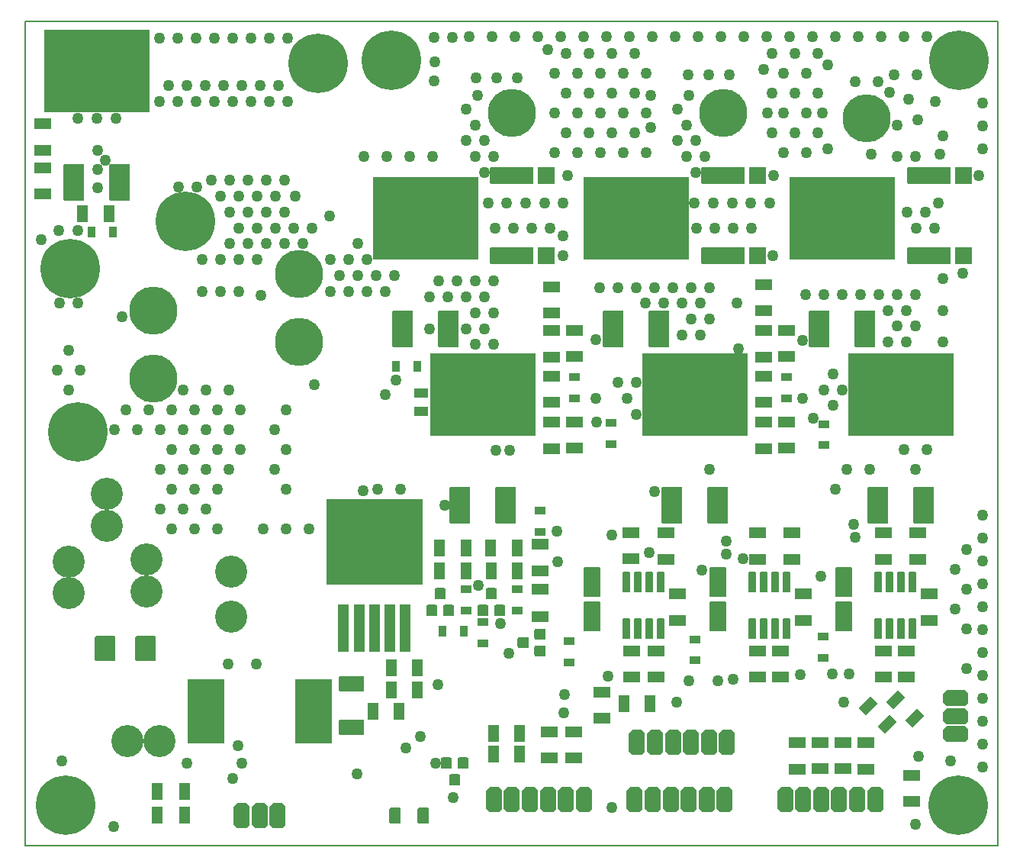
<source format=gbr>
G04 PROTEUS RS274X GERBER FILE*
%FSLAX45Y45*%
%MOMM*%
G01*
%ADD56C,1.270000*%
%ADD18C,1.016000*%
%AMPPAD051*
4,1,36,
2.413000,0.825500,
2.413000,-0.825500,
2.410470,-0.851470,
2.403200,-0.875480,
2.391650,-0.897080,
2.376290,-0.915790,
2.357570,-0.931150,
2.335980,-0.942700,
2.311970,-0.949970,
2.286000,-0.952500,
-2.286000,-0.952500,
-2.311970,-0.949970,
-2.335980,-0.942700,
-2.357570,-0.931150,
-2.376290,-0.915790,
-2.391650,-0.897080,
-2.403200,-0.875480,
-2.410470,-0.851470,
-2.413000,-0.825500,
-2.413000,0.825500,
-2.410470,0.851470,
-2.403200,0.875480,
-2.391650,0.897080,
-2.376290,0.915790,
-2.357570,0.931150,
-2.335980,0.942700,
-2.311970,0.949970,
-2.286000,0.952500,
2.286000,0.952500,
2.311970,0.949970,
2.335980,0.942700,
2.357570,0.931150,
2.376290,0.915790,
2.391650,0.897080,
2.403200,0.875480,
2.410470,0.851470,
2.413000,0.825500,
0*%
%ADD57PPAD051*%
%AMPPAD052*
4,1,36,
0.952500,0.825500,
0.952500,-0.825500,
0.949970,-0.851470,
0.942700,-0.875480,
0.931150,-0.897080,
0.915790,-0.915790,
0.897070,-0.931150,
0.875480,-0.942700,
0.851470,-0.949970,
0.825500,-0.952500,
-0.825500,-0.952500,
-0.851470,-0.949970,
-0.875480,-0.942700,
-0.897070,-0.931150,
-0.915790,-0.915790,
-0.931150,-0.897080,
-0.942700,-0.875480,
-0.949970,-0.851470,
-0.952500,-0.825500,
-0.952500,0.825500,
-0.949970,0.851470,
-0.942700,0.875480,
-0.931150,0.897080,
-0.915790,0.915790,
-0.897070,0.931150,
-0.875480,0.942700,
-0.851470,0.949970,
-0.825500,0.952500,
0.825500,0.952500,
0.851470,0.949970,
0.875480,0.942700,
0.897070,0.931150,
0.915790,0.915790,
0.931150,0.897080,
0.942700,0.875480,
0.949970,0.851470,
0.952500,0.825500,
0*%
%ADD58PPAD052*%
%ADD59C,5.334000*%
%AMPPAD054*
4,1,4,
-0.571500,2.603500,
0.571500,2.603500,
0.571500,-2.603500,
-0.571500,-2.603500,
-0.571500,2.603500,
0*%
%ADD60PPAD054*%
%AMPPAD055*
4,1,4,
-5.372100,-4.775200,
-5.372100,4.775200,
5.372100,4.775200,
5.372100,-4.775200,
-5.372100,-4.775200,
0*%
%ADD61PPAD055*%
%AMPPAD056*
4,1,36,
-1.905000,3.556000,
1.905000,3.556000,
1.930970,3.553470,
1.954980,3.546200,
1.976580,3.534650,
1.995290,3.519290,
2.010650,3.500570,
2.022200,3.478980,
2.029470,3.454970,
2.032000,3.429000,
2.032000,-3.429000,
2.029470,-3.454970,
2.022200,-3.478980,
2.010650,-3.500570,
1.995290,-3.519290,
1.976580,-3.534650,
1.954980,-3.546200,
1.930970,-3.553470,
1.905000,-3.556000,
-1.905000,-3.556000,
-1.930970,-3.553470,
-1.954980,-3.546200,
-1.976580,-3.534650,
-1.995290,-3.519290,
-2.010650,-3.500570,
-2.022200,-3.478980,
-2.029470,-3.454970,
-2.032000,-3.429000,
-2.032000,3.429000,
-2.029470,3.454970,
-2.022200,3.478980,
-2.010650,3.500570,
-1.995290,3.519290,
-1.976580,3.534650,
-1.954980,3.546200,
-1.930970,3.553470,
-1.905000,3.556000,
0*%
%ADD62PPAD056*%
%AMPPAD057*
4,1,36,
-1.397000,-0.736600,
-1.397000,0.736600,
-1.394470,0.762570,
-1.387200,0.786580,
-1.375650,0.808180,
-1.360290,0.826890,
-1.341570,0.842250,
-1.319980,0.853800,
-1.295970,0.861070,
-1.270000,0.863600,
1.270000,0.863600,
1.295970,0.861070,
1.319980,0.853800,
1.341570,0.842250,
1.360290,0.826890,
1.375650,0.808180,
1.387200,0.786580,
1.394470,0.762570,
1.397000,0.736600,
1.397000,-0.736600,
1.394470,-0.762570,
1.387200,-0.786580,
1.375650,-0.808180,
1.360290,-0.826890,
1.341570,-0.842250,
1.319980,-0.853800,
1.295970,-0.861070,
1.270000,-0.863600,
-1.270000,-0.863600,
-1.295970,-0.861070,
-1.319980,-0.853800,
-1.341570,-0.842250,
-1.360290,-0.826890,
-1.375650,-0.808180,
-1.387200,-0.786580,
-1.394470,-0.762570,
-1.397000,-0.736600,
0*%
%ADD63PPAD057*%
%AMPPAD058*
4,1,4,
-0.571500,0.901700,
0.571500,0.901700,
0.571500,-0.901700,
-0.571500,-0.901700,
-0.571500,0.901700,
0*%
%ADD64PPAD058*%
%ADD65C,6.604000*%
%AMPPAD060*
4,1,4,
0.901700,0.571500,
0.901700,-0.571500,
-0.901700,-0.571500,
-0.901700,0.571500,
0.901700,0.571500,
0*%
%ADD66PPAD060*%
%AMPPAD061*
4,1,36,
0.317500,-1.143000,
-0.317500,-1.143000,
-0.343470,-1.140470,
-0.367480,-1.133200,
-0.389080,-1.121650,
-0.407790,-1.106290,
-0.423150,-1.087570,
-0.434700,-1.065980,
-0.441970,-1.041970,
-0.444500,-1.016000,
-0.444500,1.016000,
-0.441970,1.041970,
-0.434700,1.065980,
-0.423150,1.087570,
-0.407790,1.106290,
-0.389080,1.121650,
-0.367480,1.133200,
-0.343470,1.140470,
-0.317500,1.143000,
0.317500,1.143000,
0.343470,1.140470,
0.367480,1.133200,
0.389080,1.121650,
0.407790,1.106290,
0.423150,1.087570,
0.434700,1.065980,
0.441970,1.041970,
0.444500,1.016000,
0.444500,-1.016000,
0.441970,-1.041970,
0.434700,-1.065980,
0.423150,-1.087570,
0.407790,-1.106290,
0.389080,-1.121650,
0.367480,-1.133200,
0.343470,-1.140470,
0.317500,-1.143000,
0*%
%ADD67PPAD061*%
%AMPPAD062*
4,1,36,
-0.825500,1.651000,
0.825500,1.651000,
0.851470,1.648470,
0.875480,1.641200,
0.897080,1.629650,
0.915790,1.614290,
0.931150,1.595570,
0.942700,1.573980,
0.949970,1.549970,
0.952500,1.524000,
0.952500,-1.524000,
0.949970,-1.549970,
0.942700,-1.573980,
0.931150,-1.595570,
0.915790,-1.614290,
0.897080,-1.629650,
0.875480,-1.641200,
0.851470,-1.648470,
0.825500,-1.651000,
-0.825500,-1.651000,
-0.851470,-1.648470,
-0.875480,-1.641200,
-0.897080,-1.629650,
-0.915790,-1.614290,
-0.931150,-1.595570,
-0.942700,-1.573980,
-0.949970,-1.549970,
-0.952500,-1.524000,
-0.952500,1.524000,
-0.949970,1.549970,
-0.942700,1.573980,
-0.931150,1.595570,
-0.915790,1.614290,
-0.897080,1.629650,
-0.875480,1.641200,
-0.851470,1.648470,
-0.825500,1.651000,
0*%
%ADD68PPAD062*%
%AMPPAD063*
4,1,36,
0.571500,0.317500,
0.571500,-0.317500,
0.568970,-0.343470,
0.561700,-0.367480,
0.550150,-0.389080,
0.534790,-0.407790,
0.516070,-0.423150,
0.494480,-0.434700,
0.470470,-0.441970,
0.444500,-0.444500,
-0.444500,-0.444500,
-0.470470,-0.441970,
-0.494480,-0.434700,
-0.516070,-0.423150,
-0.534790,-0.407790,
-0.550150,-0.389080,
-0.561700,-0.367480,
-0.568970,-0.343470,
-0.571500,-0.317500,
-0.571500,0.317500,
-0.568970,0.343470,
-0.561700,0.367480,
-0.550150,0.389080,
-0.534790,0.407790,
-0.516070,0.423150,
-0.494480,0.434700,
-0.470470,0.441970,
-0.444500,0.444500,
0.444500,0.444500,
0.470470,0.441970,
0.494480,0.434700,
0.516070,0.423150,
0.534790,0.407790,
0.550150,0.389080,
0.561700,0.367480,
0.568970,0.343470,
0.571500,0.317500,
0*%
%ADD69PPAD063*%
%AMPPAD064*
4,1,36,
0.444500,-0.635000,
-0.444500,-0.635000,
-0.470470,-0.632470,
-0.494480,-0.625200,
-0.516080,-0.613650,
-0.534790,-0.598290,
-0.550150,-0.579570,
-0.561700,-0.557980,
-0.568970,-0.533970,
-0.571500,-0.508000,
-0.571500,0.508000,
-0.568970,0.533970,
-0.561700,0.557980,
-0.550150,0.579570,
-0.534790,0.598290,
-0.516080,0.613650,
-0.494480,0.625200,
-0.470470,0.632470,
-0.444500,0.635000,
0.444500,0.635000,
0.470470,0.632470,
0.494480,0.625200,
0.516080,0.613650,
0.534790,0.598290,
0.550150,0.579570,
0.561700,0.557980,
0.568970,0.533970,
0.571500,0.508000,
0.571500,-0.508000,
0.568970,-0.533970,
0.561700,-0.557980,
0.550150,-0.579570,
0.534790,-0.598290,
0.516080,-0.613650,
0.494480,-0.625200,
0.470470,-0.632470,
0.444500,-0.635000,
0*%
%ADD74PPAD064*%
%AMPPAD065*
4,1,36,
0.635000,0.444500,
0.635000,-0.444500,
0.632470,-0.470470,
0.625200,-0.494480,
0.613650,-0.516080,
0.598290,-0.534790,
0.579570,-0.550150,
0.557980,-0.561700,
0.533970,-0.568970,
0.508000,-0.571500,
-0.508000,-0.571500,
-0.533970,-0.568970,
-0.557980,-0.561700,
-0.579570,-0.550150,
-0.598290,-0.534790,
-0.613650,-0.516080,
-0.625200,-0.494480,
-0.632470,-0.470470,
-0.635000,-0.444500,
-0.635000,0.444500,
-0.632470,0.470470,
-0.625200,0.494480,
-0.613650,0.516080,
-0.598290,0.534790,
-0.579570,0.550150,
-0.557980,0.561700,
-0.533970,0.568970,
-0.508000,0.571500,
0.508000,0.571500,
0.533970,0.568970,
0.557980,0.561700,
0.579570,0.550150,
0.598290,0.534790,
0.613650,0.516080,
0.625200,0.494480,
0.632470,0.470470,
0.635000,0.444500,
0*%
%ADD75PPAD065*%
%AMPPAD066*
4,1,36,
0.317500,-0.571500,
-0.317500,-0.571500,
-0.343470,-0.568970,
-0.367480,-0.561700,
-0.389080,-0.550150,
-0.407790,-0.534790,
-0.423150,-0.516070,
-0.434700,-0.494480,
-0.441970,-0.470470,
-0.444500,-0.444500,
-0.444500,0.444500,
-0.441970,0.470470,
-0.434700,0.494480,
-0.423150,0.516070,
-0.407790,0.534790,
-0.389080,0.550150,
-0.367480,0.561700,
-0.343470,0.568970,
-0.317500,0.571500,
0.317500,0.571500,
0.343470,0.568970,
0.367480,0.561700,
0.389080,0.550150,
0.407790,0.534790,
0.423150,0.516070,
0.434700,0.494480,
0.441970,0.470470,
0.444500,0.444500,
0.444500,-0.444500,
0.441970,-0.470470,
0.434700,-0.494480,
0.423150,-0.516070,
0.407790,-0.534790,
0.389080,-0.550150,
0.367480,-0.561700,
0.343470,-0.568970,
0.317500,-0.571500,
0*%
%ADD76PPAD066*%
%AMPPAD067*
4,1,8,
-1.397000,-0.509800,
-1.397000,0.509800,
-1.017800,0.889000,
1.017800,0.889000,
1.397000,0.509800,
1.397000,-0.509800,
1.017800,-0.889000,
-1.017800,-0.889000,
-1.397000,-0.509800,
0*%
%ADD77PPAD067*%
%AMPPAD068*
4,1,8,
-0.509800,1.397000,
0.509800,1.397000,
0.889000,1.017800,
0.889000,-1.017800,
0.509800,-1.397000,
-0.509800,-1.397000,
-0.889000,-1.017800,
-0.889000,1.017800,
-0.509800,1.397000,
0*%
%ADD78PPAD068*%
%ADD79C,3.556000*%
%AMPPAD070*
4,1,4,
0.723900,0.469900,
0.723900,-0.469900,
-0.723900,-0.469900,
-0.723900,0.469900,
0.723900,0.469900,
0*%
%ADD80PPAD070*%
%AMPPAD071*
4,1,36,
-5.715000,4.572000,
5.715000,4.572000,
5.740970,4.569470,
5.764980,4.562200,
5.786580,4.550650,
5.805290,4.535290,
5.820650,4.516570,
5.832200,4.494980,
5.839470,4.470970,
5.842000,4.445000,
5.842000,-4.445000,
5.839470,-4.470970,
5.832200,-4.494980,
5.820650,-4.516570,
5.805290,-4.535290,
5.786580,-4.550650,
5.764980,-4.562200,
5.740970,-4.569470,
5.715000,-4.572000,
-5.715000,-4.572000,
-5.740970,-4.569470,
-5.764980,-4.562200,
-5.786580,-4.550650,
-5.805290,-4.535290,
-5.820650,-4.516570,
-5.832200,-4.494980,
-5.839470,-4.470970,
-5.842000,-4.445000,
-5.842000,4.445000,
-5.839470,4.470970,
-5.832200,4.494980,
-5.820650,4.516570,
-5.805290,4.535290,
-5.786580,4.550650,
-5.764980,4.562200,
-5.740970,4.569470,
-5.715000,4.572000,
0*%
%ADD81PPAD071*%
%AMPPAD072*
4,1,36,
-1.016000,2.032000,
1.016000,2.032000,
1.041970,2.029470,
1.065980,2.022200,
1.087580,2.010650,
1.106290,1.995290,
1.121650,1.976570,
1.133200,1.954980,
1.140470,1.930970,
1.143000,1.905000,
1.143000,-1.905000,
1.140470,-1.930970,
1.133200,-1.954980,
1.121650,-1.976570,
1.106290,-1.995290,
1.087580,-2.010650,
1.065980,-2.022200,
1.041970,-2.029470,
1.016000,-2.032000,
-1.016000,-2.032000,
-1.041970,-2.029470,
-1.065980,-2.022200,
-1.087580,-2.010650,
-1.106290,-1.995290,
-1.121650,-1.976570,
-1.133200,-1.954980,
-1.140470,-1.930970,
-1.143000,-1.905000,
-1.143000,1.905000,
-1.140470,1.930970,
-1.133200,1.954980,
-1.121650,1.976570,
-1.106290,1.995290,
-1.087580,2.010650,
-1.065980,2.022200,
-1.041970,2.029470,
-1.016000,2.032000,
0*%
%ADD82PPAD072*%
%AMPPAD032*
4,1,4,
-0.233490,-1.041710,
-1.041710,-0.233490,
0.233490,1.041710,
1.041710,0.233490,
-0.233490,-1.041710,
0*%
%ADD38PPAD032*%
%AMPPAD073*
4,1,36,
-1.016000,1.397000,
1.016000,1.397000,
1.041970,1.394470,
1.065980,1.387200,
1.087580,1.375650,
1.106290,1.360290,
1.121650,1.341570,
1.133200,1.319980,
1.140470,1.295970,
1.143000,1.270000,
1.143000,-1.270000,
1.140470,-1.295970,
1.133200,-1.319980,
1.121650,-1.341570,
1.106290,-1.360290,
1.087580,-1.375650,
1.065980,-1.387200,
1.041970,-1.394470,
1.016000,-1.397000,
-1.016000,-1.397000,
-1.041970,-1.394470,
-1.065980,-1.387200,
-1.087580,-1.375650,
-1.106290,-1.360290,
-1.121650,-1.341570,
-1.133200,-1.319980,
-1.140470,-1.295970,
-1.143000,-1.270000,
-1.143000,1.270000,
-1.140470,1.295970,
-1.133200,1.319980,
-1.121650,1.341570,
-1.106290,1.360290,
-1.087580,1.375650,
-1.065980,1.387200,
-1.041970,1.394470,
-1.016000,1.397000,
0*%
%ADD83PPAD073*%
%AMPPAD074*
4,1,36,
0.508000,-0.889000,
-0.508000,-0.889000,
-0.533970,-0.886470,
-0.557980,-0.879200,
-0.579580,-0.867650,
-0.598290,-0.852290,
-0.613650,-0.833570,
-0.625200,-0.811980,
-0.632470,-0.787970,
-0.635000,-0.762000,
-0.635000,0.762000,
-0.632470,0.787970,
-0.625200,0.811980,
-0.613650,0.833570,
-0.598290,0.852290,
-0.579580,0.867650,
-0.557980,0.879200,
-0.533970,0.886470,
-0.508000,0.889000,
0.508000,0.889000,
0.533970,0.886470,
0.557980,0.879200,
0.579580,0.867650,
0.598290,0.852290,
0.613650,0.833570,
0.625200,0.811980,
0.632470,0.787970,
0.635000,0.762000,
0.635000,-0.762000,
0.632470,-0.787970,
0.625200,-0.811980,
0.613650,-0.833570,
0.598290,-0.852290,
0.579580,-0.867650,
0.557980,-0.879200,
0.533970,-0.886470,
0.508000,-0.889000,
0*%
%ADD84PPAD074*%
%ADD41C,0.203200*%
D56*
X+4013200Y+1052310D03*
X+3911600Y+1228286D03*
X+4114800Y+1228286D03*
X+3810000Y+1404262D03*
X+4013200Y+1404262D03*
X+3911600Y+1580238D03*
X+3810000Y+1756214D03*
X+3937000Y+1905000D03*
X+8597900Y+1228286D03*
X+8801100Y+1228286D03*
X+8597900Y+1580238D03*
X+8724900Y+1866900D03*
X+6363969Y+1052310D03*
X+6262369Y+1228286D03*
X+6465569Y+1228286D03*
X+6160769Y+1404262D03*
X+6363969Y+1404262D03*
X+6262369Y+1580238D03*
X+6160769Y+1756214D03*
X+6286500Y+1905000D03*
X+7747000Y-3429000D03*
X+6428649Y-3363510D03*
X+8305800Y+1257545D03*
X+9067800Y+1257545D03*
X+8509000Y+1943100D03*
X+8559800Y+2137425D03*
X+8813800Y+2137425D03*
X+7519052Y-4519896D03*
X+7874000Y-4508500D03*
X+5384021Y-4535575D03*
X+4283159Y-4283011D03*
X+4826045Y-3267760D03*
X+2667000Y-2476500D03*
X+7543800Y-812800D03*
X+8127850Y-2993866D03*
X+8118219Y-2853714D03*
X+5249412Y-804176D03*
X+6696244Y-3035770D03*
X+5257800Y-1714500D03*
X+5905500Y-2489200D03*
X+6698805Y-3180794D03*
X+7664736Y-1676863D03*
X+8826500Y+1638300D03*
X+9105900Y+1460500D03*
X+8802625Y-6177544D03*
X+8064500Y-4508500D03*
X+8001000Y-4826000D03*
X+6286500Y-4584700D03*
X+6604000Y-4584700D03*
X+6153231Y-4826944D03*
X+6778656Y-4571579D03*
X+3944752Y-3532550D03*
X+5431385Y-2971800D03*
X+5842000Y-3162300D03*
X+6883138Y-3230089D03*
X+6832600Y-901700D03*
D18*
X+5249124Y-1453322D03*
D56*
X+3850575Y+2560320D03*
X+4104575Y+2560320D03*
X+4358575Y+2560320D03*
X+4612575Y+2560320D03*
X+4866575Y+2560320D03*
X+5120575Y+2560320D03*
X+5374575Y+2560320D03*
X+5628575Y+2560320D03*
X+5882575Y+2560320D03*
X+6136575Y+2560320D03*
X+6390575Y+2560320D03*
X+6644575Y+2560320D03*
X+6898575Y+2560320D03*
X+7152575Y+2560320D03*
X+7406575Y+2560320D03*
X+7660575Y+2560320D03*
X+7914575Y+2560320D03*
X+8168575Y+2560320D03*
X+8422575Y+2560320D03*
X+8676575Y+2560320D03*
X+8930575Y+2560320D03*
X+9545320Y+1821839D03*
X+9545320Y+1567839D03*
X+9545320Y+1313839D03*
X+9545320Y-2750161D03*
X+9545320Y-3004161D03*
X+9545320Y-3258161D03*
X+9545320Y-3512161D03*
X+9545320Y-3766161D03*
X+9545320Y-4020161D03*
X+9545320Y-4274161D03*
X+9545320Y-4528161D03*
X+9545320Y-4782161D03*
X+9545320Y-5036161D03*
X+9545320Y-5290161D03*
X+9545320Y-5544161D03*
X+5430518Y-5990308D03*
X+9367518Y-4450518D03*
X+9367518Y-4010578D03*
X+9240518Y-3790608D03*
X+9367518Y-3570638D03*
X+9240518Y-3350668D03*
X+9367518Y-3130698D03*
X+4795518Y+1268702D03*
X+5049518Y+1268702D03*
X+5303518Y+1268702D03*
X+5557518Y+1268702D03*
X+5811518Y+1268702D03*
X+7335518Y+1268702D03*
X+7589518Y+1268702D03*
X+4922518Y+1488672D03*
X+5176518Y+1488672D03*
X+5430518Y+1488672D03*
X+5684518Y+1488672D03*
X+7208518Y+1488672D03*
X+7462518Y+1488672D03*
X+7716518Y+1488672D03*
X+4795518Y+1708642D03*
X+5049518Y+1708642D03*
X+5303518Y+1708642D03*
X+5557518Y+1708642D03*
X+5811518Y+1708642D03*
X+7335518Y+1708642D03*
X+7589518Y+1708642D03*
X+4922518Y+1928612D03*
X+5176518Y+1928612D03*
X+5430518Y+1928612D03*
X+5684518Y+1928612D03*
X+7208518Y+1928612D03*
X+7462518Y+1928612D03*
X+7716518Y+1928612D03*
X+4795518Y+2148582D03*
X+5049518Y+2148582D03*
X+5303518Y+2148582D03*
X+5557518Y+2148582D03*
X+5811518Y+2148582D03*
X+7335518Y+2148582D03*
X+7589518Y+2148582D03*
X+4922518Y+2368552D03*
X+5176518Y+2368552D03*
X+5430518Y+2368552D03*
X+5684518Y+2368552D03*
X+7208518Y+2368552D03*
X+7462518Y+2368552D03*
X+7716518Y+2368552D03*
X+5249412Y-1454150D03*
X+7545632Y-1454630D03*
X+2602489Y-5621043D03*
X+7226300Y+1016000D03*
X+7213600Y+127000D03*
X+4940300Y+1016000D03*
X+4889500Y+127000D03*
X+9321800Y-63500D03*
X+9499600Y+1016000D03*
X+8831424Y-5427206D03*
X+3034848Y-1251986D03*
X+3576345Y-2643122D03*
X+4818888Y-2925288D03*
X+9016999Y+1837037D03*
X+8127999Y+2057007D03*
X+8381999Y+2057007D03*
X+3924300Y+2105292D03*
X+4152900Y+2105292D03*
X+4381500Y+2105292D03*
X+6273914Y+2139798D03*
X+6502514Y+2139798D03*
X+6731114Y+2139798D03*
X+3500118Y-4626494D03*
X+7157718Y+1708642D03*
X+7767318Y+1708642D03*
X+4719318Y+2412546D03*
X+1021080Y+1841696D03*
X+1224280Y+1841696D03*
X+1427480Y+1841696D03*
X+1630680Y+1841696D03*
X+1833880Y+1841696D03*
X+513080Y+2017672D03*
X+716280Y+2017672D03*
X+919480Y+2017672D03*
X+1122680Y+2017672D03*
X+1325880Y+2017672D03*
X+1529080Y+2017672D03*
X+1732280Y+2017672D03*
X+411480Y+2545600D03*
X+614680Y+2545600D03*
X+817880Y+2545600D03*
X+1021080Y+2545600D03*
X+1224280Y+2545600D03*
X+1427480Y+2545600D03*
X+1630680Y+2545600D03*
X+1833880Y+2545600D03*
X+886143Y-266666D03*
X+1089343Y-266666D03*
X+1292543Y-266666D03*
X+2308543Y-266666D03*
X+2511743Y-266666D03*
X+2714943Y-266666D03*
X+2918143Y-266666D03*
X+2410143Y-90690D03*
X+2613343Y-90690D03*
X+2816543Y-90690D03*
X+3019743Y-90690D03*
X+886143Y+85286D03*
X+1089343Y+85286D03*
X+1292543Y+85286D03*
X+1495743Y+85286D03*
X+2308543Y+85286D03*
X+2511743Y+85286D03*
X+2714943Y+85286D03*
X+1190943Y+261262D03*
X+1394143Y+261262D03*
X+1597343Y+261262D03*
X+1800543Y+261262D03*
X+2003743Y+261262D03*
X+2613343Y+261262D03*
X+1292543Y+437238D03*
X+1495743Y+437238D03*
X+1698943Y+437238D03*
X+1902143Y+437238D03*
X+2105343Y+437238D03*
X+4137343Y+437238D03*
X+4340543Y+437238D03*
X+4543743Y+437238D03*
X+4746943Y+437238D03*
X+6372543Y+437238D03*
X+6575743Y+437238D03*
X+6778943Y+437238D03*
X+6982143Y+437238D03*
X+8810943Y+437238D03*
X+9014143Y+437238D03*
X+1190943Y+613214D03*
X+1394143Y+613214D03*
X+1597343Y+613214D03*
X+1800543Y+613214D03*
X+8709343Y+613214D03*
X+8912543Y+613214D03*
X+1089343Y+789190D03*
X+1292543Y+789190D03*
X+1495743Y+789190D03*
X+1698943Y+789190D03*
X+987743Y+965166D03*
X+1190943Y+965166D03*
X+1394143Y+965166D03*
X+1597343Y+965166D03*
X+1800543Y+965166D03*
X+7828280Y+1317455D03*
X+7117080Y+2197335D03*
X+3459480Y+2549287D03*
X+3662680Y+2549287D03*
X+4191000Y-3949700D03*
X+3472115Y-5497269D03*
X+3671704Y-5885200D03*
X+2130561Y-1303277D03*
X+2915774Y-1409717D03*
X+411480Y+1841696D03*
X+614680Y+1841696D03*
X+817880Y+1841696D03*
X-701040Y-395875D03*
X-497840Y-395875D03*
X-904240Y+308029D03*
X-193040Y+1187909D03*
X-96520Y-6201665D03*
X+1224280Y-5673737D03*
X+716280Y-5497761D03*
X+1325880Y-5497761D03*
X+3459480Y+2069207D03*
X+7828280Y+2245183D03*
X-5081Y-548813D03*
X+4889499Y+353062D03*
X+4056379Y+713812D03*
X+4264659Y+713812D03*
X+4472939Y+713812D03*
X+4681219Y+713812D03*
X+4889499Y+713812D03*
X+6347459Y+713812D03*
X+6555739Y+713812D03*
X+6764019Y+713812D03*
X+6972299Y+713812D03*
X+7180579Y+713812D03*
X+9055099Y+713812D03*
X+619759Y+894187D03*
X+828039Y+894187D03*
X-492760Y+1654722D03*
X-284480Y+1654722D03*
X-76200Y+1654722D03*
X+9192260Y-5478721D03*
X+1485900Y-4396471D03*
X+3464560Y+2277404D03*
X+1277620Y-5306641D03*
X+1173480Y-4404766D03*
X+5859780Y+1547609D03*
X+5859780Y+1908359D03*
X-706169Y+406400D03*
X-497889Y+406400D03*
X-279400Y+878585D03*
X-279400Y+1086865D03*
X-279400Y+1295145D03*
X+3913451Y-857244D03*
X+4116651Y-857244D03*
X+3405451Y-681268D03*
X+3811851Y-681268D03*
X+4015051Y-681268D03*
X+3913451Y-505292D03*
X+4116651Y-505292D03*
X+3405451Y-329316D03*
X+3608651Y-329316D03*
X+3811851Y-329316D03*
X+4015051Y-329316D03*
X+3507051Y-153340D03*
X+3710251Y-153340D03*
X+3913451Y-153340D03*
X+4116651Y-153340D03*
X+5697295Y-1631085D03*
X+5595695Y-1455109D03*
X+5494095Y-1279133D03*
X+5697295Y-1279133D03*
X+6205295Y-751205D03*
X+6408495Y-751205D03*
X+6306895Y-575229D03*
X+6510095Y-575229D03*
X+5798895Y-399253D03*
X+6002095Y-399253D03*
X+6205295Y-399253D03*
X+6408495Y-399253D03*
X+6814895Y-399253D03*
X+5290895Y-223277D03*
X+5494095Y-223277D03*
X+5697295Y-223277D03*
X+5900495Y-223277D03*
X+6103695Y-223277D03*
X+6306895Y-223277D03*
X+6510095Y-223277D03*
X+7881619Y-1533571D03*
X+7780019Y-1357595D03*
X+7983219Y-1357595D03*
X+7881619Y-1181619D03*
X+8491219Y-829667D03*
X+8694419Y-829667D03*
X+9100819Y-829667D03*
X+8592819Y-653691D03*
X+8796019Y-653691D03*
X+8491219Y-477715D03*
X+8694419Y-477715D03*
X+9100819Y-477715D03*
X+7576819Y-301739D03*
X+7780019Y-301739D03*
X+7983219Y-301739D03*
X+8186419Y-301739D03*
X+8389619Y-301739D03*
X+8592819Y-301739D03*
X+8796019Y-301739D03*
X+9100819Y-125763D03*
D18*
X-672147Y-5478139D03*
D56*
X+4292600Y-2032000D03*
X+4895850Y-4946650D03*
X+3145817Y-5333103D03*
X+3302000Y-5207000D03*
X+4902200Y-4737100D03*
X+4140200Y-2032000D03*
X+1537861Y-309908D03*
X+2299861Y+569972D03*
X+1918861Y+789942D03*
X+2680861Y+1229882D03*
X+2934861Y+1229882D03*
X+3188861Y+1229882D03*
X+3442861Y+1229882D03*
X-672147Y-5473700D03*
X+541019Y-2904531D03*
X+795019Y-2904531D03*
X+1049019Y-2904531D03*
X+1557019Y-2904531D03*
X+1811019Y-2904531D03*
X+2065019Y-2904531D03*
X+414019Y-2684561D03*
X+668019Y-2684561D03*
X+922019Y-2684561D03*
X+541019Y-2464591D03*
X+795019Y-2464591D03*
X+1049019Y-2464591D03*
X+1811019Y-2464591D03*
X+2827019Y-2464591D03*
X+3081019Y-2464591D03*
X+7907019Y-2464591D03*
X+414019Y-2244621D03*
X+668019Y-2244621D03*
X+922019Y-2244621D03*
X+1176019Y-2244621D03*
X+1684019Y-2244621D03*
X+6510019Y-2244621D03*
X+8034019Y-2244621D03*
X+8288019Y-2244621D03*
X+8796019Y-2244621D03*
X+541019Y-2024651D03*
X+795019Y-2024651D03*
X+1049019Y-2024651D03*
X+1303019Y-2024651D03*
X+1811019Y-2024651D03*
X+8669019Y-2024651D03*
X+8923019Y-2024651D03*
X-93981Y-1804681D03*
X+160019Y-1804681D03*
X+414019Y-1804681D03*
X+668019Y-1804681D03*
X+922019Y-1804681D03*
X+1176019Y-1804681D03*
X+1684019Y-1804681D03*
X+33019Y-1584711D03*
X+287019Y-1584711D03*
X+541019Y-1584711D03*
X+795019Y-1584711D03*
X+1049019Y-1584711D03*
X+1303019Y-1584711D03*
X+1811019Y-1584711D03*
X-601981Y-1364741D03*
X+668019Y-1364741D03*
X+922019Y-1364741D03*
X+1176019Y-1364741D03*
X-728981Y-1144771D03*
X-474981Y-1144771D03*
X-601981Y-924801D03*
D57*
X+6667500Y+1016000D03*
X+6667500Y+127000D03*
D58*
X+7048500Y+127000D03*
X+7048500Y+1016000D03*
D57*
X+8953500Y+1016000D03*
X+8953500Y+127000D03*
D58*
X+9334500Y+127000D03*
X+9334500Y+1016000D03*
D57*
X+4318000Y+1016000D03*
X+4318000Y+127000D03*
D58*
X+4699000Y+127000D03*
X+4699000Y+1016000D03*
D59*
X+4318000Y+1714500D03*
X+6667500Y+1714500D03*
X+8255000Y+1651000D03*
D60*
X+2453640Y-4000500D03*
X+2623820Y-4000500D03*
X+2794000Y-4000500D03*
X+2964180Y-4000500D03*
X+3134360Y-4000500D03*
D61*
X+2794000Y-3048000D03*
D62*
X+2120900Y-4927600D03*
X+927100Y-4927600D03*
D63*
X+2540000Y-5102800D03*
X+2540000Y-4622800D03*
D64*
X+387842Y-6078500D03*
X+687842Y-6078500D03*
X+3274500Y-4445000D03*
X+2984500Y-4445000D03*
D65*
X-495300Y-1828800D03*
X-580503Y-12700D03*
D66*
X+6032500Y-2948500D03*
X+6032500Y-3238500D03*
X+5638800Y-2946400D03*
X+5638800Y-3236400D03*
D67*
X+5588000Y-4013200D03*
X+5715000Y-4013200D03*
X+5842000Y-4013200D03*
X+5969000Y-4013200D03*
X+5969000Y-3492500D03*
X+5842000Y-3492500D03*
X+5715000Y-3492500D03*
X+5588000Y-3492500D03*
X+6985000Y-4013200D03*
X+7112000Y-4013200D03*
X+7239000Y-4013200D03*
X+7366000Y-4013200D03*
X+7366000Y-3492500D03*
X+7239000Y-3492500D03*
X+7112000Y-3492500D03*
X+6985000Y-3492500D03*
X+8382000Y-4013200D03*
X+8509000Y-4013200D03*
X+8636000Y-4013200D03*
X+8763000Y-4013200D03*
X+8763000Y-3492500D03*
X+8636000Y-3492500D03*
X+8509000Y-3492500D03*
X+8382000Y-3492500D03*
D66*
X+7048500Y-2948500D03*
X+7048500Y-3238500D03*
D68*
X+5207000Y-3492500D03*
X+5207000Y-3873500D03*
X+6604000Y-3492500D03*
X+6604000Y-3873500D03*
X+8001000Y-3492500D03*
X+8001000Y-3873500D03*
D69*
X+4953000Y-4381500D03*
X+4953000Y-4146550D03*
X+6350000Y-4362450D03*
X+6350000Y-4127500D03*
X+7778750Y-4330700D03*
X+7778750Y-4095750D03*
D66*
X+6159500Y-3619500D03*
X+6159500Y-3919500D03*
X+7556500Y-3619500D03*
X+7556500Y-3919500D03*
X+8953500Y-3619500D03*
X+8953500Y-3919500D03*
X+7429500Y-2948500D03*
X+7429500Y-3238500D03*
X+8445500Y-2948500D03*
X+8445500Y-3238500D03*
X+8826500Y-2948500D03*
X+8826500Y-3238500D03*
X+5651500Y-4544500D03*
X+5651500Y-4254500D03*
X+5923000Y-4544500D03*
X+5923000Y-4254500D03*
X+7048500Y-4544500D03*
X+7048500Y-4254500D03*
X+5016500Y-698500D03*
X+5016500Y-988500D03*
X+4762500Y-218000D03*
X+4762500Y-508000D03*
X+5016500Y-1714500D03*
X+5016500Y-2004500D03*
X+4762500Y-1206500D03*
X+4762500Y-1496500D03*
X+4762500Y-698500D03*
X+4762500Y-998500D03*
X+4762500Y-1714500D03*
X+4762500Y-2014500D03*
X+7112000Y-698500D03*
X+7112000Y-998500D03*
X+7112000Y-1714500D03*
X+7112000Y-2014500D03*
X+7366000Y-698500D03*
X+7366000Y-988500D03*
X+7112000Y-190500D03*
X+7112000Y-480500D03*
X+7366000Y-1714500D03*
X+7366000Y-2004500D03*
X+7112000Y-1206500D03*
X+7112000Y-1496500D03*
D74*
X+3522980Y-3619500D03*
X+3429000Y-3810000D03*
X+3616960Y-3810000D03*
X+4094480Y-3619500D03*
X+4000500Y-3810000D03*
X+4188460Y-3810000D03*
D75*
X+4445000Y-4160520D03*
X+4635500Y-4254500D03*
X+4635500Y-4066540D03*
D69*
X+3810000Y-3575050D03*
X+3810000Y-3810000D03*
D76*
X+3549650Y-4038600D03*
X+3784600Y-4038600D03*
D69*
X+4381500Y-3575050D03*
X+4381500Y-3810000D03*
X+4000500Y-3937000D03*
X+4000500Y-4171950D03*
D64*
X+3520000Y-3365500D03*
X+3810000Y-3365500D03*
X+3520000Y-3111500D03*
X+3810000Y-3111500D03*
X+4381500Y-3365500D03*
X+4091500Y-3365500D03*
D66*
X+4635500Y-3075500D03*
X+4635500Y-3365500D03*
X+4635500Y-3873500D03*
X+4635500Y-3573500D03*
D64*
X+4381500Y-3111500D03*
X+4081500Y-3111500D03*
D66*
X+8699500Y-4544500D03*
X+8699500Y-4254500D03*
X+8245500Y-5570500D03*
X+8245500Y-5270500D03*
X+7483500Y-5570499D03*
X+7483500Y-5270500D03*
D77*
X+9245600Y-5181500D03*
X+9245600Y-4981500D03*
X+9245600Y-4781500D03*
D66*
X+7302500Y-4544500D03*
X+7302500Y-4254500D03*
X+8445500Y-4544500D03*
X+8445500Y-4254500D03*
X+8753500Y-5635301D03*
X+8753500Y-5925301D03*
X+7991500Y-5270500D03*
X+7991500Y-5560500D03*
X+7737500Y-5270500D03*
X+7737500Y-5560500D03*
D78*
X+8356500Y-5905500D03*
X+8156500Y-5905500D03*
X+7956500Y-5905500D03*
X+7756500Y-5905500D03*
X+7556500Y-5905500D03*
X+7356500Y-5905500D03*
D65*
X+2169810Y+2259156D03*
X+700394Y+507979D03*
D59*
X+1955800Y-76200D03*
X+1955800Y-826200D03*
X+342900Y-482600D03*
X+342900Y-1232600D03*
D65*
X+9283700Y+2298700D03*
X+2984500Y+2298700D03*
X+9271000Y-5969000D03*
X-635000Y-5969000D03*
D78*
X+4124500Y-5905500D03*
X+4324500Y-5905500D03*
X+4524500Y-5905500D03*
X+4724500Y-5905500D03*
X+4924500Y-5905500D03*
X+5124500Y-5905500D03*
X+5686500Y-5905500D03*
X+5886500Y-5905500D03*
X+6086500Y-5905500D03*
X+6286500Y-5905500D03*
X+6486500Y-5905500D03*
X+6686500Y-5905500D03*
X+5712000Y-5270500D03*
X+5912000Y-5270500D03*
X+6112000Y-5270500D03*
X+6312000Y-5270500D03*
X+6512000Y-5270500D03*
X+6712000Y-5270500D03*
X+1722985Y-6086392D03*
X+1522985Y-6086392D03*
X+1322985Y-6086392D03*
D79*
X+1206500Y-3873500D03*
X+1206500Y-3373500D03*
D80*
X+3314700Y-1395119D03*
X+3314700Y-1595119D03*
D81*
X+3365500Y+546100D03*
D82*
X+3111500Y-685800D03*
X+3619500Y-685800D03*
D81*
X+4000500Y-1409700D03*
D82*
X+3746500Y-2641600D03*
X+4254500Y-2641600D03*
D81*
X+5702300Y+546100D03*
D82*
X+5448300Y-685800D03*
X+5956300Y-685800D03*
D81*
X+6350000Y-1409700D03*
D82*
X+6096000Y-2641600D03*
X+6604000Y-2641600D03*
D81*
X+7988300Y+546100D03*
D82*
X+7734300Y-685800D03*
X+8242300Y-685800D03*
D81*
X+8636000Y-1409700D03*
D82*
X+8382000Y-2641600D03*
X+8890000Y-2641600D03*
D64*
X+3274500Y-4686300D03*
X+2984500Y-4686300D03*
X+2781300Y-4927600D03*
X+3071300Y-4927600D03*
D79*
X-177800Y-2514600D03*
X-177800Y-2864600D03*
X-596900Y-3613900D03*
X-596900Y-3263900D03*
X+56400Y-5257800D03*
X+406400Y-5257800D03*
X+266700Y-3594100D03*
X+266700Y-3244100D03*
D64*
X+385800Y-5816600D03*
X+685800Y-5816600D03*
D69*
X+4635500Y-2933700D03*
X+4635500Y-2698750D03*
D76*
X+3270250Y-1100000D03*
X+3035300Y-1100000D03*
D69*
X+5016500Y-1219200D03*
X+5016500Y-1454150D03*
X+5422900Y-1962150D03*
X+5422900Y-1727200D03*
X+7366000Y-1219200D03*
X+7366000Y-1454150D03*
X+7785100Y-1974850D03*
X+7785100Y-1739900D03*
D38*
X+8788400Y-5003800D03*
X+8583339Y-4798739D03*
X+8483600Y-5067300D03*
X+8278539Y-4862239D03*
D66*
X+4737100Y-5156200D03*
X+4737100Y-5446200D03*
X+5003800Y-5156200D03*
X+5003800Y-5446200D03*
D64*
X+5562600Y-4838700D03*
X+5852600Y-4838700D03*
D66*
X+5321300Y-5001700D03*
X+5321300Y-4711700D03*
D81*
X-288358Y+2174307D03*
D82*
X-542358Y+942407D03*
X-34358Y+942407D03*
D74*
X+3688080Y-5689600D03*
X+3782060Y-5499100D03*
X+3594100Y-5499100D03*
D64*
X-442400Y+596900D03*
X-152400Y+596900D03*
X+4116900Y-5168900D03*
X+4406900Y-5168900D03*
D66*
X-889000Y+1104900D03*
X-889000Y+814900D03*
X-889000Y+1595400D03*
X-889000Y+1295400D03*
D83*
X-187960Y-4229100D03*
X+254000Y-4229100D03*
D84*
X+3340100Y-6083300D03*
X+3025140Y-6083300D03*
D76*
X-342900Y+393700D03*
X-107950Y+393700D03*
D64*
X+4116900Y-5397500D03*
X+4406900Y-5397500D03*
D41*
X-1079500Y-6413500D02*
X+9715500Y-6413500D01*
X+9715500Y+2730500D01*
X-1079500Y+2730500D01*
X-1079500Y-6413500D01*
M02*

</source>
